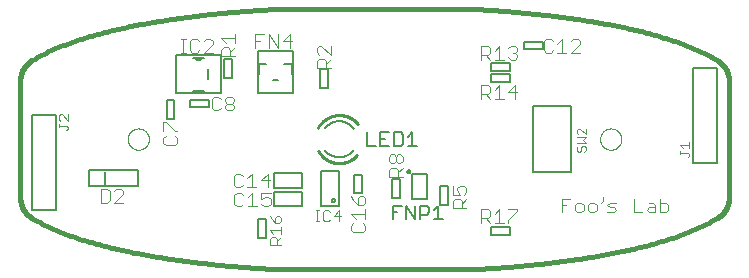
<source format=gto>
G75*
%MOIN*%
%OFA0B0*%
%FSLAX25Y25*%
%IPPOS*%
%LPD*%
%AMOC8*
5,1,8,0,0,1.08239X$1,22.5*
%
%ADD10C,0.00000*%
%ADD11C,0.01575*%
%ADD12C,0.00400*%
%ADD13C,0.00787*%
%ADD14C,0.00500*%
%ADD15C,0.00300*%
%ADD16C,0.00600*%
%ADD17C,0.00630*%
%ADD18C,0.00591*%
%ADD19C,0.01000*%
D10*
X0076997Y0064792D02*
X0076999Y0064910D01*
X0077005Y0065029D01*
X0077015Y0065147D01*
X0077029Y0065264D01*
X0077046Y0065381D01*
X0077068Y0065498D01*
X0077094Y0065613D01*
X0077123Y0065728D01*
X0077156Y0065842D01*
X0077193Y0065954D01*
X0077234Y0066065D01*
X0077278Y0066175D01*
X0077326Y0066283D01*
X0077378Y0066390D01*
X0077433Y0066495D01*
X0077492Y0066598D01*
X0077554Y0066698D01*
X0077619Y0066797D01*
X0077688Y0066894D01*
X0077759Y0066988D01*
X0077834Y0067079D01*
X0077912Y0067169D01*
X0077993Y0067255D01*
X0078077Y0067339D01*
X0078163Y0067420D01*
X0078253Y0067498D01*
X0078344Y0067573D01*
X0078438Y0067644D01*
X0078535Y0067713D01*
X0078634Y0067778D01*
X0078734Y0067840D01*
X0078837Y0067899D01*
X0078942Y0067954D01*
X0079049Y0068006D01*
X0079157Y0068054D01*
X0079267Y0068098D01*
X0079378Y0068139D01*
X0079490Y0068176D01*
X0079604Y0068209D01*
X0079719Y0068238D01*
X0079834Y0068264D01*
X0079951Y0068286D01*
X0080068Y0068303D01*
X0080185Y0068317D01*
X0080303Y0068327D01*
X0080422Y0068333D01*
X0080540Y0068335D01*
X0080658Y0068333D01*
X0080777Y0068327D01*
X0080895Y0068317D01*
X0081012Y0068303D01*
X0081129Y0068286D01*
X0081246Y0068264D01*
X0081361Y0068238D01*
X0081476Y0068209D01*
X0081590Y0068176D01*
X0081702Y0068139D01*
X0081813Y0068098D01*
X0081923Y0068054D01*
X0082031Y0068006D01*
X0082138Y0067954D01*
X0082243Y0067899D01*
X0082346Y0067840D01*
X0082446Y0067778D01*
X0082545Y0067713D01*
X0082642Y0067644D01*
X0082736Y0067573D01*
X0082827Y0067498D01*
X0082917Y0067420D01*
X0083003Y0067339D01*
X0083087Y0067255D01*
X0083168Y0067169D01*
X0083246Y0067079D01*
X0083321Y0066988D01*
X0083392Y0066894D01*
X0083461Y0066797D01*
X0083526Y0066698D01*
X0083588Y0066598D01*
X0083647Y0066495D01*
X0083702Y0066390D01*
X0083754Y0066283D01*
X0083802Y0066175D01*
X0083846Y0066065D01*
X0083887Y0065954D01*
X0083924Y0065842D01*
X0083957Y0065728D01*
X0083986Y0065613D01*
X0084012Y0065498D01*
X0084034Y0065381D01*
X0084051Y0065264D01*
X0084065Y0065147D01*
X0084075Y0065029D01*
X0084081Y0064910D01*
X0084083Y0064792D01*
X0084081Y0064674D01*
X0084075Y0064555D01*
X0084065Y0064437D01*
X0084051Y0064320D01*
X0084034Y0064203D01*
X0084012Y0064086D01*
X0083986Y0063971D01*
X0083957Y0063856D01*
X0083924Y0063742D01*
X0083887Y0063630D01*
X0083846Y0063519D01*
X0083802Y0063409D01*
X0083754Y0063301D01*
X0083702Y0063194D01*
X0083647Y0063089D01*
X0083588Y0062986D01*
X0083526Y0062886D01*
X0083461Y0062787D01*
X0083392Y0062690D01*
X0083321Y0062596D01*
X0083246Y0062505D01*
X0083168Y0062415D01*
X0083087Y0062329D01*
X0083003Y0062245D01*
X0082917Y0062164D01*
X0082827Y0062086D01*
X0082736Y0062011D01*
X0082642Y0061940D01*
X0082545Y0061871D01*
X0082446Y0061806D01*
X0082346Y0061744D01*
X0082243Y0061685D01*
X0082138Y0061630D01*
X0082031Y0061578D01*
X0081923Y0061530D01*
X0081813Y0061486D01*
X0081702Y0061445D01*
X0081590Y0061408D01*
X0081476Y0061375D01*
X0081361Y0061346D01*
X0081246Y0061320D01*
X0081129Y0061298D01*
X0081012Y0061281D01*
X0080895Y0061267D01*
X0080777Y0061257D01*
X0080658Y0061251D01*
X0080540Y0061249D01*
X0080422Y0061251D01*
X0080303Y0061257D01*
X0080185Y0061267D01*
X0080068Y0061281D01*
X0079951Y0061298D01*
X0079834Y0061320D01*
X0079719Y0061346D01*
X0079604Y0061375D01*
X0079490Y0061408D01*
X0079378Y0061445D01*
X0079267Y0061486D01*
X0079157Y0061530D01*
X0079049Y0061578D01*
X0078942Y0061630D01*
X0078837Y0061685D01*
X0078734Y0061744D01*
X0078634Y0061806D01*
X0078535Y0061871D01*
X0078438Y0061940D01*
X0078344Y0062011D01*
X0078253Y0062086D01*
X0078163Y0062164D01*
X0078077Y0062245D01*
X0077993Y0062329D01*
X0077912Y0062415D01*
X0077834Y0062505D01*
X0077759Y0062596D01*
X0077688Y0062690D01*
X0077619Y0062787D01*
X0077554Y0062886D01*
X0077492Y0062986D01*
X0077433Y0063089D01*
X0077378Y0063194D01*
X0077326Y0063301D01*
X0077278Y0063409D01*
X0077234Y0063519D01*
X0077193Y0063630D01*
X0077156Y0063742D01*
X0077123Y0063856D01*
X0077094Y0063971D01*
X0077068Y0064086D01*
X0077046Y0064203D01*
X0077029Y0064320D01*
X0077015Y0064437D01*
X0077005Y0064555D01*
X0076999Y0064674D01*
X0076997Y0064792D01*
X0234477Y0064792D02*
X0234479Y0064910D01*
X0234485Y0065029D01*
X0234495Y0065147D01*
X0234509Y0065264D01*
X0234526Y0065381D01*
X0234548Y0065498D01*
X0234574Y0065613D01*
X0234603Y0065728D01*
X0234636Y0065842D01*
X0234673Y0065954D01*
X0234714Y0066065D01*
X0234758Y0066175D01*
X0234806Y0066283D01*
X0234858Y0066390D01*
X0234913Y0066495D01*
X0234972Y0066598D01*
X0235034Y0066698D01*
X0235099Y0066797D01*
X0235168Y0066894D01*
X0235239Y0066988D01*
X0235314Y0067079D01*
X0235392Y0067169D01*
X0235473Y0067255D01*
X0235557Y0067339D01*
X0235643Y0067420D01*
X0235733Y0067498D01*
X0235824Y0067573D01*
X0235918Y0067644D01*
X0236015Y0067713D01*
X0236114Y0067778D01*
X0236214Y0067840D01*
X0236317Y0067899D01*
X0236422Y0067954D01*
X0236529Y0068006D01*
X0236637Y0068054D01*
X0236747Y0068098D01*
X0236858Y0068139D01*
X0236970Y0068176D01*
X0237084Y0068209D01*
X0237199Y0068238D01*
X0237314Y0068264D01*
X0237431Y0068286D01*
X0237548Y0068303D01*
X0237665Y0068317D01*
X0237783Y0068327D01*
X0237902Y0068333D01*
X0238020Y0068335D01*
X0238138Y0068333D01*
X0238257Y0068327D01*
X0238375Y0068317D01*
X0238492Y0068303D01*
X0238609Y0068286D01*
X0238726Y0068264D01*
X0238841Y0068238D01*
X0238956Y0068209D01*
X0239070Y0068176D01*
X0239182Y0068139D01*
X0239293Y0068098D01*
X0239403Y0068054D01*
X0239511Y0068006D01*
X0239618Y0067954D01*
X0239723Y0067899D01*
X0239826Y0067840D01*
X0239926Y0067778D01*
X0240025Y0067713D01*
X0240122Y0067644D01*
X0240216Y0067573D01*
X0240307Y0067498D01*
X0240397Y0067420D01*
X0240483Y0067339D01*
X0240567Y0067255D01*
X0240648Y0067169D01*
X0240726Y0067079D01*
X0240801Y0066988D01*
X0240872Y0066894D01*
X0240941Y0066797D01*
X0241006Y0066698D01*
X0241068Y0066598D01*
X0241127Y0066495D01*
X0241182Y0066390D01*
X0241234Y0066283D01*
X0241282Y0066175D01*
X0241326Y0066065D01*
X0241367Y0065954D01*
X0241404Y0065842D01*
X0241437Y0065728D01*
X0241466Y0065613D01*
X0241492Y0065498D01*
X0241514Y0065381D01*
X0241531Y0065264D01*
X0241545Y0065147D01*
X0241555Y0065029D01*
X0241561Y0064910D01*
X0241563Y0064792D01*
X0241561Y0064674D01*
X0241555Y0064555D01*
X0241545Y0064437D01*
X0241531Y0064320D01*
X0241514Y0064203D01*
X0241492Y0064086D01*
X0241466Y0063971D01*
X0241437Y0063856D01*
X0241404Y0063742D01*
X0241367Y0063630D01*
X0241326Y0063519D01*
X0241282Y0063409D01*
X0241234Y0063301D01*
X0241182Y0063194D01*
X0241127Y0063089D01*
X0241068Y0062986D01*
X0241006Y0062886D01*
X0240941Y0062787D01*
X0240872Y0062690D01*
X0240801Y0062596D01*
X0240726Y0062505D01*
X0240648Y0062415D01*
X0240567Y0062329D01*
X0240483Y0062245D01*
X0240397Y0062164D01*
X0240307Y0062086D01*
X0240216Y0062011D01*
X0240122Y0061940D01*
X0240025Y0061871D01*
X0239926Y0061806D01*
X0239826Y0061744D01*
X0239723Y0061685D01*
X0239618Y0061630D01*
X0239511Y0061578D01*
X0239403Y0061530D01*
X0239293Y0061486D01*
X0239182Y0061445D01*
X0239070Y0061408D01*
X0238956Y0061375D01*
X0238841Y0061346D01*
X0238726Y0061320D01*
X0238609Y0061298D01*
X0238492Y0061281D01*
X0238375Y0061267D01*
X0238257Y0061257D01*
X0238138Y0061251D01*
X0238020Y0061249D01*
X0237902Y0061251D01*
X0237783Y0061257D01*
X0237665Y0061267D01*
X0237548Y0061281D01*
X0237431Y0061298D01*
X0237314Y0061320D01*
X0237199Y0061346D01*
X0237084Y0061375D01*
X0236970Y0061408D01*
X0236858Y0061445D01*
X0236747Y0061486D01*
X0236637Y0061530D01*
X0236529Y0061578D01*
X0236422Y0061630D01*
X0236317Y0061685D01*
X0236214Y0061744D01*
X0236114Y0061806D01*
X0236015Y0061871D01*
X0235918Y0061940D01*
X0235824Y0062011D01*
X0235733Y0062086D01*
X0235643Y0062164D01*
X0235557Y0062245D01*
X0235473Y0062329D01*
X0235392Y0062415D01*
X0235314Y0062505D01*
X0235239Y0062596D01*
X0235168Y0062690D01*
X0235099Y0062787D01*
X0235034Y0062886D01*
X0234972Y0062986D01*
X0234913Y0063089D01*
X0234858Y0063194D01*
X0234806Y0063301D01*
X0234758Y0063409D01*
X0234714Y0063519D01*
X0234673Y0063630D01*
X0234636Y0063742D01*
X0234603Y0063856D01*
X0234574Y0063971D01*
X0234548Y0064086D01*
X0234526Y0064203D01*
X0234509Y0064320D01*
X0234495Y0064437D01*
X0234485Y0064555D01*
X0234479Y0064674D01*
X0234477Y0064792D01*
D11*
X0062538Y0031061D02*
X0061736Y0031312D01*
X0060935Y0031569D01*
X0060137Y0031832D01*
X0059340Y0032101D01*
X0058545Y0032375D01*
X0057752Y0032656D01*
X0056961Y0032944D01*
X0056172Y0033239D01*
X0055385Y0033541D01*
X0054601Y0033850D01*
X0053819Y0034167D01*
X0053040Y0034493D01*
X0052263Y0034827D01*
X0051489Y0035170D01*
X0050718Y0035522D01*
X0049949Y0035884D01*
X0049184Y0036257D01*
X0048423Y0036640D01*
X0047668Y0037034D01*
X0046918Y0037439D01*
X0046176Y0037856D01*
X0045441Y0038285D01*
X0044928Y0038595D01*
X0044906Y0038608D01*
X0044884Y0038622D01*
X0044862Y0038635D01*
X0044841Y0038649D01*
X0044819Y0038662D01*
X0044798Y0038676D01*
X0044776Y0038690D01*
X0044754Y0038704D01*
X0044733Y0038718D01*
X0044711Y0038732D01*
X0044690Y0038746D01*
X0044668Y0038761D01*
X0044647Y0038775D01*
X0044626Y0038790D01*
X0044604Y0038804D01*
X0044583Y0038819D01*
X0044562Y0038833D01*
X0044540Y0038848D01*
X0044519Y0038863D01*
X0044498Y0038878D01*
X0044477Y0038893D01*
X0044456Y0038908D01*
X0044435Y0038923D01*
X0044414Y0038938D01*
X0044393Y0038954D01*
X0044372Y0038969D01*
X0044351Y0038985D01*
X0044330Y0039000D01*
X0044309Y0039016D01*
X0044288Y0039032D01*
X0044267Y0039047D01*
X0044247Y0039063D01*
X0044226Y0039079D01*
X0044205Y0039095D01*
X0044185Y0039111D01*
X0044164Y0039128D01*
X0044143Y0039144D01*
X0044123Y0039160D01*
X0044102Y0039177D01*
X0044082Y0039193D01*
X0044062Y0039210D01*
X0044041Y0039227D01*
X0044021Y0039243D01*
X0044001Y0039260D01*
X0043980Y0039277D01*
X0043960Y0039294D01*
X0043940Y0039311D01*
X0043920Y0039328D01*
X0043900Y0039346D01*
X0043880Y0039363D01*
X0043860Y0039380D01*
X0043840Y0039398D01*
X0043820Y0039415D01*
X0043800Y0039433D01*
X0043781Y0039451D01*
X0043761Y0039468D01*
X0043741Y0039486D01*
X0043722Y0039504D01*
X0043702Y0039522D01*
X0043683Y0039540D01*
X0043663Y0039558D01*
X0043644Y0039577D01*
X0043624Y0039595D01*
X0043605Y0039613D01*
X0043586Y0039632D01*
X0043567Y0039650D01*
X0043548Y0039669D01*
X0043529Y0039688D01*
X0043509Y0039706D01*
X0043491Y0039725D01*
X0043472Y0039744D01*
X0043453Y0039763D01*
X0043434Y0039782D01*
X0043415Y0039801D01*
X0043396Y0039820D01*
X0043378Y0039840D01*
X0043359Y0039859D01*
X0043341Y0039878D01*
X0043322Y0039898D01*
X0043304Y0039917D01*
X0043285Y0039937D01*
X0043267Y0039957D01*
X0043249Y0039976D01*
X0043231Y0039996D01*
X0043213Y0040016D01*
X0043195Y0040036D01*
X0043177Y0040056D01*
X0043159Y0040076D01*
X0043141Y0040096D01*
X0043123Y0040117D01*
X0043105Y0040137D01*
X0043088Y0040157D01*
X0043070Y0040178D01*
X0043052Y0040198D01*
X0043035Y0040219D01*
X0043018Y0040239D01*
X0043000Y0040260D01*
X0042983Y0040281D01*
X0042966Y0040302D01*
X0042949Y0040323D01*
X0042931Y0040344D01*
X0042914Y0040365D01*
X0042898Y0040386D01*
X0042881Y0040407D01*
X0042864Y0040428D01*
X0042847Y0040449D01*
X0042830Y0040471D01*
X0042814Y0040492D01*
X0042797Y0040514D01*
X0042781Y0040535D01*
X0042764Y0040557D01*
X0042748Y0040578D01*
X0042732Y0040600D01*
X0042716Y0040622D01*
X0042699Y0040644D01*
X0042683Y0040666D01*
X0042667Y0040688D01*
X0042652Y0040710D01*
X0042636Y0040732D01*
X0042620Y0040754D01*
X0042604Y0040776D01*
X0042589Y0040798D01*
X0042573Y0040821D01*
X0042558Y0040843D01*
X0042542Y0040865D01*
X0042527Y0040888D01*
X0042512Y0040911D01*
X0042497Y0040933D01*
X0042482Y0040956D01*
X0042467Y0040979D01*
X0042452Y0041001D01*
X0042437Y0041024D01*
X0042422Y0041047D01*
X0042407Y0041070D01*
X0042393Y0041093D01*
X0042378Y0041116D01*
X0042364Y0041139D01*
X0042349Y0041162D01*
X0042335Y0041185D01*
X0042321Y0041208D01*
X0042307Y0041232D01*
X0042293Y0041255D01*
X0042279Y0041279D01*
X0042265Y0041302D01*
X0042251Y0041325D01*
X0042237Y0041349D01*
X0042224Y0041373D01*
X0042210Y0041396D01*
X0042196Y0041420D01*
X0042183Y0041444D01*
X0042170Y0041467D01*
X0042156Y0041491D01*
X0042143Y0041515D01*
X0042130Y0041539D01*
X0042117Y0041563D01*
X0042104Y0041587D01*
X0042091Y0041611D01*
X0042079Y0041635D01*
X0042066Y0041659D01*
X0042053Y0041683D01*
X0042041Y0041707D01*
X0042029Y0041732D01*
X0042016Y0041756D01*
X0042004Y0041780D01*
X0041992Y0041805D01*
X0041980Y0041829D01*
X0041968Y0041854D01*
X0041956Y0041878D01*
X0041944Y0041903D01*
X0041932Y0041927D01*
X0041921Y0041952D01*
X0041909Y0041976D01*
X0041898Y0042001D01*
X0041886Y0042026D01*
X0041875Y0042051D01*
X0041864Y0042075D01*
X0041853Y0042100D01*
X0041842Y0042125D01*
X0041831Y0042150D01*
X0041820Y0042175D01*
X0041809Y0042200D01*
X0041798Y0042225D01*
X0041788Y0042250D01*
X0041777Y0042275D01*
X0041767Y0042300D01*
X0041757Y0042325D01*
X0041746Y0042350D01*
X0041736Y0042375D01*
X0041726Y0042401D01*
X0041716Y0042426D01*
X0041706Y0042451D01*
X0041696Y0042476D01*
X0041687Y0042502D01*
X0041677Y0042527D01*
X0041668Y0042552D01*
X0041658Y0042578D01*
X0041649Y0042603D01*
X0041640Y0042629D01*
X0041630Y0042654D01*
X0041621Y0042680D01*
X0041612Y0042705D01*
X0041604Y0042731D01*
X0041595Y0042756D01*
X0041586Y0042782D01*
X0041577Y0042807D01*
X0041569Y0042833D01*
X0041560Y0042859D01*
X0041552Y0042884D01*
X0041544Y0042910D01*
X0041536Y0042936D01*
X0041528Y0042961D01*
X0041520Y0042987D01*
X0041512Y0043013D01*
X0041504Y0043039D01*
X0041496Y0043065D01*
X0041489Y0043090D01*
X0041481Y0043116D01*
X0041474Y0043142D01*
X0041466Y0043168D01*
X0041459Y0043194D01*
X0041452Y0043220D01*
X0041445Y0043245D01*
X0041438Y0043271D01*
X0041431Y0043297D01*
X0041424Y0043323D01*
X0041417Y0043349D01*
X0041411Y0043375D01*
X0041404Y0043401D01*
X0041398Y0043427D01*
X0041391Y0043453D01*
X0041385Y0043479D01*
X0041379Y0043505D01*
X0041373Y0043531D01*
X0041367Y0043557D01*
X0041361Y0043583D01*
X0041355Y0043609D01*
X0041350Y0043635D01*
X0041344Y0043661D01*
X0041338Y0043687D01*
X0041333Y0043714D01*
X0041328Y0043740D01*
X0041322Y0043766D01*
X0041317Y0043792D01*
X0041312Y0043818D01*
X0041307Y0043844D01*
X0041302Y0043870D01*
X0041298Y0043896D01*
X0041293Y0043922D01*
X0041288Y0043948D01*
X0041284Y0043974D01*
X0041279Y0044000D01*
X0041275Y0044027D01*
X0041271Y0044053D01*
X0041266Y0044079D01*
X0041262Y0044105D01*
X0041258Y0044131D01*
X0041255Y0044157D01*
X0041251Y0044183D01*
X0041247Y0044209D01*
X0041243Y0044235D01*
X0041240Y0044261D01*
X0041236Y0044287D01*
X0041233Y0044313D01*
X0041230Y0044339D01*
X0041227Y0044365D01*
X0041223Y0044391D01*
X0041220Y0044418D01*
X0041218Y0044444D01*
X0041215Y0044469D01*
X0041212Y0044495D01*
X0041209Y0044521D01*
X0041207Y0044547D01*
X0041204Y0044573D01*
X0041202Y0044599D01*
X0041200Y0044625D01*
X0041197Y0044651D01*
X0041195Y0044677D01*
X0041193Y0044703D01*
X0041191Y0044729D01*
X0041189Y0044755D01*
X0041188Y0044781D01*
X0041186Y0044807D01*
X0041184Y0044832D01*
X0041183Y0044858D01*
X0041181Y0044884D01*
X0041180Y0044910D01*
X0041179Y0044936D01*
X0041178Y0044962D01*
X0041177Y0044987D01*
X0041176Y0045013D01*
X0041175Y0045039D01*
X0041174Y0045065D01*
X0041173Y0045090D01*
X0041172Y0045116D01*
X0041172Y0045142D01*
X0041171Y0045167D01*
X0041171Y0045193D01*
X0041171Y0045218D01*
X0041170Y0045244D01*
X0041170Y0045269D01*
X0041170Y0045295D01*
X0041170Y0084290D01*
X0041170Y0084315D01*
X0041170Y0084341D01*
X0041170Y0084366D01*
X0041171Y0084392D01*
X0041171Y0084418D01*
X0041172Y0084443D01*
X0041172Y0084469D01*
X0041173Y0084494D01*
X0041174Y0084520D01*
X0041174Y0084546D01*
X0041175Y0084572D01*
X0041176Y0084597D01*
X0041177Y0084623D01*
X0041178Y0084649D01*
X0041180Y0084675D01*
X0041181Y0084701D01*
X0041182Y0084726D01*
X0041184Y0084752D01*
X0041185Y0084778D01*
X0041187Y0084804D01*
X0041189Y0084830D01*
X0041191Y0084856D01*
X0041193Y0084881D01*
X0041195Y0084907D01*
X0041197Y0084933D01*
X0041199Y0084959D01*
X0041201Y0084985D01*
X0041204Y0085011D01*
X0041206Y0085037D01*
X0041209Y0085063D01*
X0041211Y0085089D01*
X0041214Y0085115D01*
X0041217Y0085141D01*
X0041220Y0085167D01*
X0041223Y0085193D01*
X0041226Y0085219D01*
X0041229Y0085245D01*
X0041232Y0085271D01*
X0041235Y0085297D01*
X0041239Y0085323D01*
X0041242Y0085350D01*
X0041246Y0085376D01*
X0041250Y0085402D01*
X0041253Y0085428D01*
X0041257Y0085454D01*
X0041261Y0085480D01*
X0041265Y0085506D01*
X0041269Y0085532D01*
X0041274Y0085558D01*
X0041278Y0085584D01*
X0041282Y0085610D01*
X0041287Y0085636D01*
X0041291Y0085663D01*
X0041296Y0085689D01*
X0041301Y0085715D01*
X0041306Y0085741D01*
X0041311Y0085767D01*
X0041316Y0085793D01*
X0041321Y0085819D01*
X0041326Y0085845D01*
X0041331Y0085871D01*
X0041337Y0085897D01*
X0041342Y0085923D01*
X0041348Y0085949D01*
X0041353Y0085975D01*
X0041359Y0086001D01*
X0041365Y0086027D01*
X0041371Y0086054D01*
X0041377Y0086080D01*
X0041383Y0086106D01*
X0041389Y0086131D01*
X0041396Y0086157D01*
X0041402Y0086183D01*
X0041409Y0086209D01*
X0041415Y0086235D01*
X0041422Y0086261D01*
X0041429Y0086287D01*
X0041436Y0086313D01*
X0041443Y0086339D01*
X0041450Y0086365D01*
X0041457Y0086391D01*
X0041464Y0086417D01*
X0041471Y0086443D01*
X0041479Y0086469D01*
X0041486Y0086494D01*
X0041494Y0086520D01*
X0041501Y0086546D01*
X0041509Y0086572D01*
X0041517Y0086598D01*
X0041525Y0086623D01*
X0041533Y0086649D01*
X0041541Y0086675D01*
X0041549Y0086700D01*
X0041558Y0086726D01*
X0041566Y0086752D01*
X0041575Y0086777D01*
X0041583Y0086803D01*
X0041592Y0086829D01*
X0041601Y0086854D01*
X0041610Y0086880D01*
X0041619Y0086905D01*
X0041628Y0086931D01*
X0041637Y0086956D01*
X0041646Y0086982D01*
X0041655Y0087007D01*
X0041665Y0087032D01*
X0041674Y0087058D01*
X0041684Y0087083D01*
X0041693Y0087108D01*
X0041703Y0087134D01*
X0041713Y0087159D01*
X0041723Y0087184D01*
X0041733Y0087209D01*
X0041743Y0087235D01*
X0041753Y0087260D01*
X0041764Y0087285D01*
X0041774Y0087310D01*
X0041784Y0087335D01*
X0041795Y0087360D01*
X0041806Y0087385D01*
X0041816Y0087410D01*
X0041827Y0087435D01*
X0041838Y0087460D01*
X0041849Y0087485D01*
X0041860Y0087510D01*
X0041871Y0087534D01*
X0041883Y0087559D01*
X0041894Y0087584D01*
X0041906Y0087609D01*
X0041917Y0087633D01*
X0041929Y0087658D01*
X0041940Y0087682D01*
X0041952Y0087707D01*
X0041964Y0087731D01*
X0041976Y0087756D01*
X0041988Y0087781D01*
X0042000Y0087805D01*
X0042012Y0087829D01*
X0042025Y0087854D01*
X0042037Y0087878D01*
X0042050Y0087902D01*
X0042062Y0087926D01*
X0042075Y0087950D01*
X0042087Y0087974D01*
X0042100Y0087998D01*
X0042113Y0088022D01*
X0042126Y0088046D01*
X0042139Y0088070D01*
X0042152Y0088094D01*
X0042166Y0088118D01*
X0042179Y0088142D01*
X0042192Y0088166D01*
X0042206Y0088189D01*
X0042219Y0088213D01*
X0042233Y0088236D01*
X0042247Y0088260D01*
X0042260Y0088283D01*
X0042274Y0088307D01*
X0042288Y0088330D01*
X0042302Y0088354D01*
X0042316Y0088377D01*
X0042331Y0088400D01*
X0042345Y0088423D01*
X0042359Y0088447D01*
X0042374Y0088470D01*
X0042388Y0088493D01*
X0042403Y0088516D01*
X0042417Y0088539D01*
X0042432Y0088562D01*
X0042447Y0088584D01*
X0042462Y0088607D01*
X0042477Y0088630D01*
X0042492Y0088653D01*
X0042507Y0088675D01*
X0042522Y0088698D01*
X0042538Y0088720D01*
X0042553Y0088743D01*
X0042568Y0088765D01*
X0042584Y0088787D01*
X0042599Y0088810D01*
X0042615Y0088832D01*
X0042631Y0088854D01*
X0042647Y0088876D01*
X0042662Y0088898D01*
X0042678Y0088920D01*
X0042694Y0088942D01*
X0042711Y0088964D01*
X0042727Y0088986D01*
X0042743Y0089008D01*
X0042759Y0089029D01*
X0042776Y0089051D01*
X0042792Y0089072D01*
X0042809Y0089094D01*
X0042825Y0089115D01*
X0042842Y0089137D01*
X0042859Y0089158D01*
X0042875Y0089179D01*
X0042892Y0089201D01*
X0042909Y0089222D01*
X0042926Y0089243D01*
X0042943Y0089264D01*
X0042960Y0089285D01*
X0042978Y0089306D01*
X0042995Y0089326D01*
X0043012Y0089347D01*
X0043030Y0089368D01*
X0043047Y0089388D01*
X0043064Y0089409D01*
X0043082Y0089429D01*
X0043100Y0089450D01*
X0043117Y0089470D01*
X0043135Y0089490D01*
X0043153Y0089510D01*
X0043171Y0089531D01*
X0043189Y0089551D01*
X0043207Y0089570D01*
X0043225Y0089591D01*
X0043243Y0089610D01*
X0043261Y0089630D01*
X0043280Y0089650D01*
X0043298Y0089669D01*
X0043316Y0089689D01*
X0043335Y0089708D01*
X0043353Y0089728D01*
X0043372Y0089747D01*
X0043391Y0089767D01*
X0043409Y0089786D01*
X0043428Y0089805D01*
X0043447Y0089824D01*
X0043466Y0089843D01*
X0043485Y0089862D01*
X0043504Y0089881D01*
X0043523Y0089899D01*
X0043542Y0089918D01*
X0043561Y0089937D01*
X0043580Y0089955D01*
X0043599Y0089974D01*
X0043618Y0089992D01*
X0043638Y0090010D01*
X0043657Y0090029D01*
X0043677Y0090047D01*
X0043696Y0090065D01*
X0043716Y0090083D01*
X0043735Y0090101D01*
X0043755Y0090119D01*
X0043775Y0090137D01*
X0043814Y0090172D01*
X0043854Y0090207D01*
X0043874Y0090224D01*
X0043914Y0090259D01*
X0043954Y0090293D01*
X0043974Y0090310D01*
X0043994Y0090327D01*
X0044014Y0090344D01*
X0044035Y0090361D01*
X0044055Y0090378D01*
X0044076Y0090394D01*
X0044096Y0090411D01*
X0044116Y0090427D01*
X0044137Y0090444D01*
X0044157Y0090460D01*
X0044178Y0090476D01*
X0044199Y0090493D01*
X0044219Y0090508D01*
X0044240Y0090524D01*
X0044261Y0090540D01*
X0044282Y0090556D01*
X0044323Y0090588D01*
X0044344Y0090603D01*
X0044365Y0090619D01*
X0044407Y0090650D01*
X0044428Y0090665D01*
X0044449Y0090680D01*
X0044470Y0090695D01*
X0044491Y0090710D01*
X0044513Y0090725D01*
X0044534Y0090740D01*
X0044555Y0090755D01*
X0044576Y0090769D01*
X0044598Y0090784D01*
X0044619Y0090799D01*
X0044640Y0090813D01*
X0044662Y0090828D01*
X0044683Y0090842D01*
X0044705Y0090856D01*
X0044726Y0090870D01*
X0044748Y0090884D01*
X0044769Y0090898D01*
X0044791Y0090912D01*
X0044812Y0090926D01*
X0044834Y0090940D01*
X0044856Y0090953D01*
X0044877Y0090967D01*
X0044899Y0090981D01*
X0044921Y0090994D01*
X0045239Y0091187D01*
X0045979Y0091624D01*
X0046726Y0092047D01*
X0047479Y0092459D01*
X0048239Y0092858D01*
X0049004Y0093246D01*
X0049774Y0093624D01*
X0050549Y0093992D01*
X0051329Y0094350D01*
X0052113Y0094699D01*
X0052902Y0095040D01*
X0053694Y0095373D01*
X0054490Y0095697D01*
X0055289Y0096013D01*
X0056091Y0096322D01*
X0056895Y0096623D01*
X0057702Y0096917D01*
X0058510Y0097204D01*
X0059320Y0097484D01*
X0060132Y0097757D01*
X0060945Y0098025D01*
X0061760Y0098287D01*
X0062578Y0098542D01*
X0063396Y0098792D01*
X0064217Y0099037D01*
X0065038Y0099276D01*
X0065862Y0099510D01*
X0066686Y0099740D01*
X0067513Y0099964D01*
X0068341Y0100184D01*
X0069170Y0100400D01*
X0070000Y0100611D01*
X0070832Y0100818D01*
X0071665Y0101020D01*
X0072500Y0101219D01*
X0073335Y0101413D01*
X0074171Y0101604D01*
X0075008Y0101790D01*
X0075846Y0101973D01*
X0076685Y0102152D01*
X0077524Y0102327D01*
X0078364Y0102499D01*
X0079204Y0102668D01*
X0080045Y0102832D01*
X0080886Y0102994D01*
X0081728Y0103153D01*
X0082570Y0103308D01*
X0083412Y0103460D01*
X0084254Y0103610D01*
X0085096Y0103756D01*
X0085939Y0103899D01*
X0086782Y0104040D01*
X0087625Y0104178D01*
X0088469Y0104313D01*
X0089313Y0104445D01*
X0090156Y0104574D01*
X0091001Y0104701D01*
X0091845Y0104826D01*
X0092690Y0104947D01*
X0093534Y0105067D01*
X0094379Y0105184D01*
X0095224Y0105298D01*
X0096070Y0105411D01*
X0096915Y0105521D01*
X0097761Y0105629D01*
X0098607Y0105734D01*
X0099453Y0105838D01*
X0100299Y0105940D01*
X0101146Y0106039D01*
X0101992Y0106137D01*
X0102839Y0106232D01*
X0103686Y0106326D01*
X0104533Y0106417D01*
X0105380Y0106507D01*
X0106228Y0106595D01*
X0107075Y0106680D01*
X0107923Y0106764D01*
X0108771Y0106846D01*
X0109619Y0106927D01*
X0110467Y0107005D01*
X0111316Y0107082D01*
X0112164Y0107156D01*
X0113013Y0107230D01*
X0113861Y0107301D01*
X0114710Y0107371D01*
X0115559Y0107439D01*
X0116409Y0107505D01*
X0117258Y0107570D01*
X0118107Y0107633D01*
X0118957Y0107695D01*
X0119807Y0107755D01*
X0120657Y0107813D01*
X0121507Y0107870D01*
X0122357Y0107925D01*
X0123207Y0107979D01*
X0124057Y0108032D01*
X0124908Y0108083D01*
X0124974Y0108087D01*
X0125027Y0108090D01*
X0125054Y0108091D01*
X0125107Y0108093D01*
X0125134Y0108094D01*
X0125187Y0108096D01*
X0125214Y0108097D01*
X0125267Y0108098D01*
X0125294Y0108098D01*
X0125320Y0108099D01*
X0125347Y0108099D01*
X0125374Y0108099D01*
X0125400Y0108099D01*
X0193173Y0108099D01*
X0193200Y0108099D01*
X0193227Y0108099D01*
X0193280Y0108098D01*
X0193307Y0108097D01*
X0193333Y0108097D01*
X0193360Y0108096D01*
X0193413Y0108095D01*
X0193440Y0108094D01*
X0193467Y0108093D01*
X0193493Y0108092D01*
X0193520Y0108090D01*
X0193546Y0108089D01*
X0193573Y0108087D01*
X0193600Y0108086D01*
X0194103Y0108056D01*
X0194943Y0108005D01*
X0195782Y0107952D01*
X0196621Y0107897D01*
X0197461Y0107842D01*
X0198300Y0107785D01*
X0199139Y0107726D01*
X0199978Y0107666D01*
X0200817Y0107605D01*
X0201656Y0107541D01*
X0202495Y0107477D01*
X0203333Y0107410D01*
X0204172Y0107342D01*
X0205010Y0107273D01*
X0205848Y0107201D01*
X0206686Y0107129D01*
X0207524Y0107054D01*
X0208362Y0106977D01*
X0209200Y0106899D01*
X0210037Y0106819D01*
X0210875Y0106738D01*
X0211712Y0106654D01*
X0212549Y0106569D01*
X0213386Y0106481D01*
X0214223Y0106393D01*
X0215059Y0106301D01*
X0215896Y0106208D01*
X0216732Y0106114D01*
X0217569Y0106017D01*
X0218405Y0105918D01*
X0219241Y0105817D01*
X0220076Y0105714D01*
X0220912Y0105609D01*
X0221747Y0105502D01*
X0222583Y0105393D01*
X0223418Y0105281D01*
X0224253Y0105168D01*
X0225088Y0105052D01*
X0225923Y0104933D01*
X0226757Y0104813D01*
X0227592Y0104689D01*
X0228426Y0104564D01*
X0229260Y0104435D01*
X0230094Y0104305D01*
X0230927Y0104171D01*
X0231761Y0104035D01*
X0232594Y0103896D01*
X0233426Y0103755D01*
X0234259Y0103610D01*
X0235091Y0103462D01*
X0235923Y0103312D01*
X0236754Y0103159D01*
X0237585Y0103002D01*
X0238416Y0102843D01*
X0239245Y0102680D01*
X0240074Y0102515D01*
X0240900Y0102346D01*
X0241727Y0102173D01*
X0242552Y0101998D01*
X0243377Y0101819D01*
X0244200Y0101636D01*
X0245022Y0101450D01*
X0245843Y0101259D01*
X0246662Y0101065D01*
X0247481Y0100868D01*
X0248298Y0100665D01*
X0249115Y0100459D01*
X0249930Y0100249D01*
X0250743Y0100034D01*
X0251556Y0099815D01*
X0252365Y0099591D01*
X0253174Y0099363D01*
X0253983Y0099130D01*
X0254788Y0098892D01*
X0255593Y0098649D01*
X0256396Y0098401D01*
X0257198Y0098146D01*
X0257997Y0097887D01*
X0258796Y0097621D01*
X0259591Y0097350D01*
X0260385Y0097072D01*
X0261178Y0096788D01*
X0261967Y0096497D01*
X0262755Y0096199D01*
X0263540Y0095893D01*
X0264324Y0095580D01*
X0265105Y0095259D01*
X0265883Y0094930D01*
X0266658Y0094591D01*
X0267430Y0094244D01*
X0268200Y0093887D01*
X0268967Y0093520D01*
X0269731Y0093143D01*
X0270489Y0092754D01*
X0271243Y0092355D01*
X0271989Y0091944D01*
X0272727Y0091522D01*
X0273459Y0091087D01*
X0273644Y0090974D01*
X0273688Y0090947D01*
X0273709Y0090934D01*
X0273774Y0090893D01*
X0273839Y0090851D01*
X0273859Y0090836D01*
X0273881Y0090822D01*
X0273924Y0090794D01*
X0273989Y0090750D01*
X0274009Y0090735D01*
X0274030Y0090720D01*
X0274074Y0090690D01*
X0274095Y0090675D01*
X0274115Y0090660D01*
X0274137Y0090645D01*
X0274158Y0090630D01*
X0274178Y0090614D01*
X0274221Y0090583D01*
X0274241Y0090568D01*
X0274263Y0090552D01*
X0274282Y0090536D01*
X0274304Y0090520D01*
X0274324Y0090504D01*
X0274345Y0090488D01*
X0274365Y0090472D01*
X0274387Y0090456D01*
X0274406Y0090440D01*
X0274428Y0090424D01*
X0274448Y0090407D01*
X0274469Y0090391D01*
X0274489Y0090374D01*
X0274509Y0090357D01*
X0274530Y0090341D01*
X0274550Y0090324D01*
X0274589Y0090290D01*
X0274611Y0090273D01*
X0274650Y0090239D01*
X0274690Y0090204D01*
X0274711Y0090187D01*
X0274731Y0090169D01*
X0274751Y0090152D01*
X0274770Y0090134D01*
X0274790Y0090116D01*
X0274810Y0090098D01*
X0274849Y0090063D01*
X0274889Y0090026D01*
X0274906Y0090008D01*
X0274946Y0089972D01*
X0274965Y0089953D01*
X0274985Y0089935D01*
X0275003Y0089916D01*
X0275022Y0089898D01*
X0275042Y0089879D01*
X0275060Y0089860D01*
X0275099Y0089822D01*
X0275117Y0089803D01*
X0275137Y0089784D01*
X0275154Y0089765D01*
X0275174Y0089746D01*
X0275192Y0089727D01*
X0275211Y0089707D01*
X0275247Y0089668D01*
X0275267Y0089649D01*
X0275284Y0089629D01*
X0275302Y0089609D01*
X0275322Y0089590D01*
X0275357Y0089550D01*
X0275410Y0089490D01*
X0275463Y0089429D01*
X0275517Y0089367D01*
X0275570Y0089305D01*
X0275585Y0089284D01*
X0275621Y0089243D01*
X0275639Y0089222D01*
X0275654Y0089201D01*
X0275672Y0089180D01*
X0275688Y0089158D01*
X0275706Y0089137D01*
X0275721Y0089116D01*
X0275739Y0089094D01*
X0275755Y0089073D01*
X0275772Y0089051D01*
X0275788Y0089030D01*
X0275804Y0089008D01*
X0275822Y0088986D01*
X0275837Y0088965D01*
X0275869Y0088921D01*
X0275885Y0088899D01*
X0275900Y0088877D01*
X0275916Y0088855D01*
X0275932Y0088833D01*
X0275948Y0088811D01*
X0275979Y0088766D01*
X0276042Y0088677D01*
X0276056Y0088654D01*
X0276087Y0088609D01*
X0276101Y0088586D01*
X0276117Y0088563D01*
X0276131Y0088540D01*
X0276146Y0088517D01*
X0276160Y0088494D01*
X0276176Y0088471D01*
X0276190Y0088448D01*
X0276204Y0088425D01*
X0276219Y0088402D01*
X0276247Y0088356D01*
X0276274Y0088309D01*
X0276288Y0088286D01*
X0276302Y0088262D01*
X0276316Y0088239D01*
X0276371Y0088144D01*
X0276398Y0088096D01*
X0276410Y0088073D01*
X0276424Y0088049D01*
X0276438Y0088025D01*
X0276450Y0088001D01*
X0276463Y0087977D01*
X0276475Y0087953D01*
X0276489Y0087929D01*
X0276513Y0087880D01*
X0276526Y0087856D01*
X0276538Y0087832D01*
X0276550Y0087807D01*
X0276562Y0087783D01*
X0276576Y0087759D01*
X0276587Y0087734D01*
X0276599Y0087710D01*
X0276611Y0087685D01*
X0276646Y0087612D01*
X0276656Y0087587D01*
X0276668Y0087562D01*
X0276680Y0087538D01*
X0276692Y0087513D01*
X0276702Y0087488D01*
X0276713Y0087463D01*
X0276725Y0087438D01*
X0276735Y0087413D01*
X0276747Y0087388D01*
X0276757Y0087363D01*
X0276769Y0087338D01*
X0276788Y0087288D01*
X0276798Y0087263D01*
X0276810Y0087238D01*
X0276839Y0087163D01*
X0276849Y0087137D01*
X0276869Y0087087D01*
X0276898Y0087011D01*
X0276906Y0086985D01*
X0276926Y0086934D01*
X0276934Y0086909D01*
X0276944Y0086883D01*
X0276954Y0086858D01*
X0276961Y0086832D01*
X0276971Y0086807D01*
X0276987Y0086756D01*
X0276997Y0086730D01*
X0277005Y0086704D01*
X0277013Y0086679D01*
X0277020Y0086653D01*
X0277028Y0086627D01*
X0277091Y0086421D01*
X0277097Y0086395D01*
X0277105Y0086369D01*
X0277113Y0086343D01*
X0277119Y0086317D01*
X0277127Y0086291D01*
X0277133Y0086265D01*
X0277141Y0086239D01*
X0277146Y0086214D01*
X0277152Y0086188D01*
X0277160Y0086162D01*
X0277178Y0086084D01*
X0277184Y0086057D01*
X0277202Y0085980D01*
X0277207Y0085953D01*
X0277219Y0085901D01*
X0277225Y0085875D01*
X0277231Y0085849D01*
X0277235Y0085823D01*
X0277247Y0085771D01*
X0277251Y0085745D01*
X0277257Y0085719D01*
X0277261Y0085693D01*
X0277265Y0085667D01*
X0277270Y0085641D01*
X0277274Y0085615D01*
X0277278Y0085588D01*
X0277284Y0085562D01*
X0277288Y0085536D01*
X0277292Y0085510D01*
X0277296Y0085484D01*
X0277300Y0085458D01*
X0277304Y0085432D01*
X0277308Y0085406D01*
X0277316Y0085354D01*
X0277320Y0085328D01*
X0277322Y0085302D01*
X0277326Y0085275D01*
X0277330Y0085249D01*
X0277331Y0085223D01*
X0277335Y0085197D01*
X0277339Y0085171D01*
X0277341Y0085145D01*
X0277345Y0085119D01*
X0277349Y0085067D01*
X0277353Y0085041D01*
X0277359Y0084963D01*
X0277363Y0084937D01*
X0277365Y0084911D01*
X0277367Y0084886D01*
X0277369Y0084860D01*
X0277371Y0084834D01*
X0277373Y0084808D01*
X0277373Y0084782D01*
X0277375Y0084756D01*
X0277381Y0084679D01*
X0277381Y0084653D01*
X0277383Y0084627D01*
X0277383Y0084601D01*
X0277385Y0084576D01*
X0277385Y0084550D01*
X0277387Y0084524D01*
X0277387Y0084498D01*
X0277389Y0084473D01*
X0277389Y0084396D01*
X0277391Y0084370D01*
X0277391Y0045188D01*
X0277389Y0045162D01*
X0277389Y0045111D01*
X0277387Y0045085D01*
X0277387Y0045034D01*
X0277385Y0045008D01*
X0277385Y0044982D01*
X0277381Y0044931D01*
X0277381Y0044905D01*
X0277377Y0044854D01*
X0277377Y0044828D01*
X0277375Y0044802D01*
X0277373Y0044776D01*
X0277371Y0044750D01*
X0277369Y0044724D01*
X0277367Y0044698D01*
X0277365Y0044672D01*
X0277359Y0044594D01*
X0277355Y0044569D01*
X0277351Y0044517D01*
X0277347Y0044491D01*
X0277343Y0044439D01*
X0277339Y0044413D01*
X0277337Y0044387D01*
X0277333Y0044360D01*
X0277330Y0044334D01*
X0277328Y0044308D01*
X0277324Y0044282D01*
X0277316Y0044230D01*
X0277314Y0044204D01*
X0277310Y0044178D01*
X0277306Y0044152D01*
X0277302Y0044126D01*
X0277298Y0044100D01*
X0277294Y0044074D01*
X0277290Y0044048D01*
X0277284Y0044022D01*
X0277280Y0043995D01*
X0277276Y0043969D01*
X0277272Y0043943D01*
X0277267Y0043917D01*
X0277263Y0043891D01*
X0277257Y0043865D01*
X0277253Y0043839D01*
X0277247Y0043813D01*
X0277243Y0043787D01*
X0277237Y0043761D01*
X0277231Y0043735D01*
X0277227Y0043709D01*
X0277221Y0043682D01*
X0277209Y0043631D01*
X0277204Y0043604D01*
X0277180Y0043500D01*
X0277174Y0043474D01*
X0277162Y0043422D01*
X0277154Y0043396D01*
X0277148Y0043370D01*
X0277143Y0043344D01*
X0277135Y0043319D01*
X0277129Y0043293D01*
X0277121Y0043267D01*
X0277115Y0043241D01*
X0277107Y0043215D01*
X0277101Y0043189D01*
X0277093Y0043163D01*
X0277078Y0043111D01*
X0277072Y0043085D01*
X0277048Y0043008D01*
X0277040Y0042982D01*
X0277024Y0042931D01*
X0277015Y0042905D01*
X0277007Y0042880D01*
X0276999Y0042854D01*
X0276991Y0042828D01*
X0276981Y0042803D01*
X0276973Y0042777D01*
X0276963Y0042751D01*
X0276956Y0042726D01*
X0276946Y0042700D01*
X0276938Y0042675D01*
X0276928Y0042649D01*
X0276920Y0042624D01*
X0276891Y0042548D01*
X0276883Y0042522D01*
X0276873Y0042497D01*
X0276863Y0042472D01*
X0276853Y0042446D01*
X0276833Y0042396D01*
X0276822Y0042371D01*
X0276802Y0042320D01*
X0276792Y0042295D01*
X0276782Y0042270D01*
X0276770Y0042245D01*
X0276761Y0042220D01*
X0276749Y0042195D01*
X0276739Y0042170D01*
X0276727Y0042145D01*
X0276717Y0042120D01*
X0276706Y0042095D01*
X0276696Y0042071D01*
X0276684Y0042046D01*
X0276672Y0042021D01*
X0276660Y0041996D01*
X0276648Y0041972D01*
X0276639Y0041947D01*
X0276603Y0041873D01*
X0276580Y0041825D01*
X0276566Y0041800D01*
X0276542Y0041751D01*
X0276530Y0041727D01*
X0276517Y0041703D01*
X0276493Y0041655D01*
X0276479Y0041631D01*
X0276467Y0041606D01*
X0276454Y0041582D01*
X0276442Y0041558D01*
X0276428Y0041534D01*
X0276414Y0041511D01*
X0276402Y0041487D01*
X0276389Y0041463D01*
X0276375Y0041439D01*
X0276361Y0041415D01*
X0276347Y0041392D01*
X0276335Y0041368D01*
X0276322Y0041344D01*
X0276308Y0041321D01*
X0276294Y0041297D01*
X0276280Y0041274D01*
X0276265Y0041251D01*
X0276251Y0041227D01*
X0276223Y0041181D01*
X0276209Y0041158D01*
X0276194Y0041135D01*
X0276180Y0041112D01*
X0276166Y0041089D01*
X0276150Y0041066D01*
X0276137Y0041043D01*
X0276121Y0041020D01*
X0276107Y0040997D01*
X0276091Y0040974D01*
X0276076Y0040952D01*
X0276062Y0040929D01*
X0276046Y0040906D01*
X0276030Y0040884D01*
X0276015Y0040861D01*
X0276001Y0040839D01*
X0275985Y0040816D01*
X0275969Y0040794D01*
X0275954Y0040772D01*
X0275938Y0040750D01*
X0275922Y0040728D01*
X0275891Y0040684D01*
X0275875Y0040662D01*
X0275859Y0040640D01*
X0275841Y0040618D01*
X0275826Y0040596D01*
X0275810Y0040574D01*
X0275794Y0040553D01*
X0275776Y0040531D01*
X0275761Y0040510D01*
X0275743Y0040488D01*
X0275727Y0040467D01*
X0275711Y0040445D01*
X0275694Y0040424D01*
X0275676Y0040403D01*
X0275660Y0040382D01*
X0275643Y0040361D01*
X0275627Y0040340D01*
X0275609Y0040319D01*
X0275591Y0040298D01*
X0275574Y0040277D01*
X0275558Y0040256D01*
X0275540Y0040235D01*
X0275522Y0040215D01*
X0275505Y0040194D01*
X0275487Y0040174D01*
X0275469Y0040153D01*
X0275452Y0040133D01*
X0275434Y0040113D01*
X0275398Y0040072D01*
X0275381Y0040052D01*
X0275363Y0040032D01*
X0275345Y0040012D01*
X0275326Y0039992D01*
X0275308Y0039973D01*
X0275290Y0039953D01*
X0275272Y0039933D01*
X0275253Y0039914D01*
X0275235Y0039894D01*
X0275217Y0039875D01*
X0275198Y0039855D01*
X0275180Y0039836D01*
X0275160Y0039817D01*
X0275143Y0039797D01*
X0275123Y0039778D01*
X0275105Y0039759D01*
X0275085Y0039740D01*
X0275066Y0039722D01*
X0275048Y0039703D01*
X0275009Y0039665D01*
X0274991Y0039647D01*
X0274971Y0039628D01*
X0274952Y0039610D01*
X0274932Y0039591D01*
X0274914Y0039573D01*
X0274894Y0039555D01*
X0274875Y0039537D01*
X0274855Y0039519D01*
X0274835Y0039501D01*
X0274816Y0039483D01*
X0274796Y0039465D01*
X0274776Y0039447D01*
X0274757Y0039430D01*
X0274737Y0039412D01*
X0274698Y0039377D01*
X0274678Y0039360D01*
X0274656Y0039342D01*
X0274637Y0039325D01*
X0274617Y0039308D01*
X0274597Y0039291D01*
X0274576Y0039274D01*
X0274556Y0039257D01*
X0274536Y0039240D01*
X0274517Y0039223D01*
X0274495Y0039207D01*
X0274475Y0039190D01*
X0274454Y0039174D01*
X0274434Y0039157D01*
X0274414Y0039141D01*
X0274393Y0039125D01*
X0274373Y0039108D01*
X0274351Y0039092D01*
X0274331Y0039076D01*
X0274310Y0039060D01*
X0274290Y0039044D01*
X0274269Y0039029D01*
X0274249Y0039013D01*
X0274227Y0038997D01*
X0274206Y0038982D01*
X0274186Y0038966D01*
X0274164Y0038951D01*
X0274143Y0038936D01*
X0274123Y0038920D01*
X0274101Y0038905D01*
X0274080Y0038890D01*
X0274058Y0038875D01*
X0274038Y0038860D01*
X0274017Y0038845D01*
X0273995Y0038831D01*
X0273973Y0038816D01*
X0273952Y0038801D01*
X0273932Y0038787D01*
X0273910Y0038772D01*
X0273889Y0038758D01*
X0273867Y0038744D01*
X0273845Y0038730D01*
X0273824Y0038716D01*
X0273802Y0038702D01*
X0273780Y0038688D01*
X0273759Y0038674D01*
X0273737Y0038660D01*
X0273715Y0038646D01*
X0273694Y0038633D01*
X0273672Y0038619D01*
X0273650Y0038606D01*
X0273629Y0038592D01*
X0272928Y0038172D01*
X0272186Y0037742D01*
X0271434Y0037325D01*
X0270678Y0036920D01*
X0269916Y0036526D01*
X0269148Y0036144D01*
X0268375Y0035771D01*
X0267597Y0035409D01*
X0266814Y0035055D01*
X0266028Y0034710D01*
X0265237Y0034374D01*
X0264444Y0034046D01*
X0263646Y0033725D01*
X0262845Y0033413D01*
X0262042Y0033109D01*
X0261237Y0032811D01*
X0260428Y0032521D01*
X0259619Y0032238D01*
X0258810Y0031961D01*
X0257997Y0031690D01*
X0257182Y0031426D01*
X0256365Y0031167D01*
X0255548Y0030915D01*
X0254727Y0030668D01*
X0253906Y0030426D01*
X0253083Y0030189D01*
X0252261Y0029957D01*
X0251434Y0029731D01*
X0250607Y0029508D01*
X0249778Y0029291D01*
X0248948Y0029077D01*
X0248117Y0028868D01*
X0247284Y0028664D01*
X0246452Y0028463D01*
X0245617Y0028267D01*
X0244780Y0028074D01*
X0243944Y0027886D01*
X0243107Y0027701D01*
X0242269Y0027521D01*
X0241428Y0027343D01*
X0240589Y0027170D01*
X0239749Y0027000D01*
X0238908Y0026833D01*
X0238068Y0026670D01*
X0237226Y0026510D01*
X0236384Y0026353D01*
X0235542Y0026199D01*
X0234700Y0026048D01*
X0233858Y0025900D01*
X0233015Y0025756D01*
X0232172Y0025614D01*
X0231329Y0025475D01*
X0230486Y0025338D01*
X0229642Y0025205D01*
X0228798Y0025074D01*
X0227954Y0024946D01*
X0227110Y0024820D01*
X0226265Y0024697D01*
X0225420Y0024576D01*
X0224576Y0024458D01*
X0223731Y0024342D01*
X0222885Y0024229D01*
X0222040Y0024118D01*
X0221194Y0024009D01*
X0220348Y0023902D01*
X0219502Y0023797D01*
X0218656Y0023694D01*
X0217810Y0023594D01*
X0216963Y0023495D01*
X0216116Y0023399D01*
X0215269Y0023304D01*
X0214422Y0023212D01*
X0213575Y0023121D01*
X0212728Y0023032D01*
X0211880Y0022946D01*
X0211033Y0022861D01*
X0210185Y0022778D01*
X0209337Y0022697D01*
X0208489Y0022617D01*
X0207640Y0022540D01*
X0206792Y0022464D01*
X0205943Y0022390D01*
X0205094Y0022318D01*
X0204245Y0022247D01*
X0203396Y0022178D01*
X0202547Y0022111D01*
X0201698Y0022045D01*
X0200849Y0021981D01*
X0199999Y0021919D01*
X0199149Y0021858D01*
X0198299Y0021799D01*
X0197449Y0021741D01*
X0196599Y0021685D01*
X0195749Y0021630D01*
X0194899Y0021577D01*
X0194048Y0021525D01*
X0193597Y0021498D01*
X0193570Y0021497D01*
X0193544Y0021495D01*
X0193517Y0021494D01*
X0193491Y0021493D01*
X0193464Y0021492D01*
X0193437Y0021491D01*
X0193411Y0021490D01*
X0193384Y0021489D01*
X0193357Y0021488D01*
X0193331Y0021487D01*
X0193304Y0021487D01*
X0193278Y0021486D01*
X0193251Y0021486D01*
X0193224Y0021485D01*
X0193197Y0021485D01*
X0193171Y0021485D01*
X0193144Y0021485D01*
X0125402Y0021485D01*
X0125376Y0021485D01*
X0125349Y0021485D01*
X0125322Y0021486D01*
X0125295Y0021486D01*
X0125269Y0021486D01*
X0125242Y0021487D01*
X0125216Y0021488D01*
X0125189Y0021488D01*
X0125162Y0021489D01*
X0125136Y0021490D01*
X0125109Y0021491D01*
X0125082Y0021492D01*
X0125056Y0021493D01*
X0125029Y0021495D01*
X0125003Y0021496D01*
X0124976Y0021498D01*
X0124850Y0021505D01*
X0124010Y0021556D01*
X0123171Y0021608D01*
X0122331Y0021661D01*
X0121492Y0021716D01*
X0120652Y0021772D01*
X0119813Y0021830D01*
X0118974Y0021889D01*
X0118135Y0021950D01*
X0117296Y0022013D01*
X0116457Y0022077D01*
X0115619Y0022142D01*
X0114780Y0022209D01*
X0113942Y0022278D01*
X0113104Y0022348D01*
X0112266Y0022420D01*
X0111428Y0022494D01*
X0110590Y0022570D01*
X0109752Y0022647D01*
X0108914Y0022726D01*
X0108077Y0022807D01*
X0107240Y0022889D01*
X0106402Y0022974D01*
X0105565Y0023060D01*
X0104728Y0023148D01*
X0103892Y0023238D01*
X0103055Y0023330D01*
X0102219Y0023424D01*
X0101382Y0023520D01*
X0100546Y0023618D01*
X0099710Y0023717D01*
X0098874Y0023819D01*
X0098039Y0023923D01*
X0097203Y0024029D01*
X0096368Y0024138D01*
X0095532Y0024248D01*
X0094697Y0024360D01*
X0093862Y0024475D01*
X0093027Y0024592D01*
X0092193Y0024712D01*
X0091358Y0024834D01*
X0090524Y0024958D01*
X0089690Y0025085D01*
X0088856Y0025215D01*
X0088022Y0025347D01*
X0087189Y0025481D01*
X0086356Y0025619D01*
X0085523Y0025759D01*
X0084690Y0025902D01*
X0083858Y0026048D01*
X0083026Y0026197D01*
X0082194Y0026349D01*
X0081363Y0026504D01*
X0080532Y0026662D01*
X0079702Y0026823D01*
X0078873Y0026987D01*
X0078045Y0027155D01*
X0077219Y0027325D01*
X0076393Y0027499D01*
X0075568Y0027677D01*
X0074744Y0027858D01*
X0073921Y0028042D01*
X0073100Y0028230D01*
X0072280Y0028423D01*
X0071460Y0028619D01*
X0070643Y0028819D01*
X0069826Y0029023D01*
X0069010Y0029231D01*
X0068196Y0029444D01*
X0067384Y0029661D01*
X0066572Y0029882D01*
X0065762Y0030108D01*
X0064954Y0030339D01*
X0064147Y0030574D01*
X0063342Y0030815D01*
X0062538Y0031061D01*
D12*
X0067941Y0043634D02*
X0070204Y0043634D01*
X0070958Y0044388D01*
X0070958Y0047405D01*
X0070204Y0048159D01*
X0067941Y0048159D01*
X0067941Y0043634D01*
X0072472Y0043634D02*
X0075489Y0046651D01*
X0075489Y0047405D01*
X0074735Y0048159D01*
X0073227Y0048159D01*
X0072472Y0047405D01*
X0072472Y0043634D02*
X0075489Y0043634D01*
X0112526Y0043207D02*
X0113280Y0042453D01*
X0114788Y0042453D01*
X0115542Y0043207D01*
X0117057Y0042453D02*
X0120074Y0042453D01*
X0118565Y0042453D02*
X0118565Y0046978D01*
X0117057Y0045470D01*
X0115542Y0046224D02*
X0114788Y0046978D01*
X0113280Y0046978D01*
X0112526Y0046224D01*
X0112526Y0043207D01*
X0121589Y0043207D02*
X0122343Y0042453D01*
X0123851Y0042453D01*
X0124605Y0043207D01*
X0124605Y0044715D01*
X0123851Y0045470D01*
X0123097Y0045470D01*
X0121589Y0044715D01*
X0121589Y0046978D01*
X0124605Y0046978D01*
X0123654Y0048752D02*
X0123654Y0053277D01*
X0121392Y0051015D01*
X0124408Y0051015D01*
X0119877Y0048752D02*
X0116860Y0048752D01*
X0118369Y0048752D02*
X0118369Y0053277D01*
X0116860Y0051769D01*
X0115346Y0052523D02*
X0114591Y0053277D01*
X0113083Y0053277D01*
X0112329Y0052523D01*
X0112329Y0049506D01*
X0113083Y0048752D01*
X0114591Y0048752D01*
X0115346Y0049506D01*
X0093431Y0063577D02*
X0093431Y0065085D01*
X0092677Y0065840D01*
X0092677Y0067354D02*
X0093431Y0067354D01*
X0092677Y0067354D02*
X0089660Y0070371D01*
X0088906Y0070371D01*
X0088906Y0067354D01*
X0089660Y0065840D02*
X0088906Y0065085D01*
X0088906Y0063577D01*
X0089660Y0062823D01*
X0092677Y0062823D01*
X0093431Y0063577D01*
X0104949Y0075097D02*
X0105703Y0074343D01*
X0107211Y0074343D01*
X0107966Y0075097D01*
X0109480Y0075097D02*
X0110234Y0074343D01*
X0111743Y0074343D01*
X0112497Y0075097D01*
X0112497Y0075851D01*
X0111743Y0076605D01*
X0110234Y0076605D01*
X0109480Y0077359D01*
X0109480Y0078113D01*
X0110234Y0078868D01*
X0111743Y0078868D01*
X0112497Y0078113D01*
X0112497Y0077359D01*
X0111743Y0076605D01*
X0110234Y0076605D02*
X0109480Y0075851D01*
X0109480Y0075097D01*
X0107966Y0078113D02*
X0107211Y0078868D01*
X0105703Y0078868D01*
X0104949Y0078113D01*
X0104949Y0075097D01*
X0140087Y0088413D02*
X0140087Y0090676D01*
X0140841Y0091430D01*
X0142349Y0091430D01*
X0143103Y0090676D01*
X0143103Y0088413D01*
X0143103Y0089922D02*
X0144612Y0091430D01*
X0144612Y0092945D02*
X0141595Y0095962D01*
X0140841Y0095962D01*
X0140087Y0095207D01*
X0140087Y0093699D01*
X0140841Y0092945D01*
X0144612Y0092945D02*
X0144612Y0095962D01*
X0131781Y0097471D02*
X0128711Y0097471D01*
X0131013Y0099773D01*
X0131013Y0095169D01*
X0127177Y0095169D02*
X0127177Y0099773D01*
X0124107Y0099773D02*
X0127177Y0095169D01*
X0124107Y0095169D02*
X0124107Y0099773D01*
X0122573Y0099773D02*
X0119504Y0099773D01*
X0119504Y0095169D01*
X0119504Y0097471D02*
X0121038Y0097471D01*
X0112722Y0096882D02*
X0112722Y0099899D01*
X0112722Y0098390D02*
X0108197Y0098390D01*
X0109705Y0096882D01*
X0108951Y0095367D02*
X0110459Y0095367D01*
X0111214Y0094613D01*
X0111214Y0092350D01*
X0112722Y0092350D02*
X0108197Y0092350D01*
X0108197Y0094613D01*
X0108951Y0095367D01*
X0111214Y0093859D02*
X0112722Y0095367D01*
X0105346Y0096651D02*
X0105346Y0097405D01*
X0104592Y0098159D01*
X0103084Y0098159D01*
X0102329Y0097405D01*
X0100815Y0097405D02*
X0100061Y0098159D01*
X0098552Y0098159D01*
X0097798Y0097405D01*
X0097798Y0094388D01*
X0098552Y0093634D01*
X0100061Y0093634D01*
X0100815Y0094388D01*
X0102329Y0093634D02*
X0105346Y0096651D01*
X0105346Y0093634D02*
X0102329Y0093634D01*
X0096285Y0093634D02*
X0094777Y0093634D01*
X0095531Y0093634D02*
X0095531Y0098159D01*
X0094777Y0098159D02*
X0096285Y0098159D01*
X0140087Y0088413D02*
X0144612Y0088413D01*
X0194809Y0091272D02*
X0194809Y0095797D01*
X0197072Y0095797D01*
X0197826Y0095043D01*
X0197826Y0093534D01*
X0197072Y0092780D01*
X0194809Y0092780D01*
X0196318Y0092780D02*
X0197826Y0091272D01*
X0199341Y0091272D02*
X0202357Y0091272D01*
X0200849Y0091272D02*
X0200849Y0095797D01*
X0199341Y0094288D01*
X0203872Y0095043D02*
X0204626Y0095797D01*
X0206135Y0095797D01*
X0206889Y0095043D01*
X0206889Y0094288D01*
X0206135Y0093534D01*
X0206889Y0092780D01*
X0206889Y0092026D01*
X0206135Y0091272D01*
X0204626Y0091272D01*
X0203872Y0092026D01*
X0205380Y0093534D02*
X0206135Y0093534D01*
X0215675Y0094388D02*
X0216429Y0093634D01*
X0217938Y0093634D01*
X0218692Y0094388D01*
X0220207Y0093634D02*
X0223223Y0093634D01*
X0221715Y0093634D02*
X0221715Y0098159D01*
X0220207Y0096651D01*
X0218692Y0097405D02*
X0217938Y0098159D01*
X0216429Y0098159D01*
X0215675Y0097405D01*
X0215675Y0094388D01*
X0224738Y0093634D02*
X0227755Y0096651D01*
X0227755Y0097405D01*
X0227001Y0098159D01*
X0225492Y0098159D01*
X0224738Y0097405D01*
X0224738Y0093634D02*
X0227755Y0093634D01*
X0206135Y0082805D02*
X0203872Y0080542D01*
X0206889Y0080542D01*
X0206135Y0078280D02*
X0206135Y0082805D01*
X0200849Y0082805D02*
X0200849Y0078280D01*
X0199341Y0078280D02*
X0202357Y0078280D01*
X0197826Y0078280D02*
X0196318Y0079788D01*
X0197072Y0079788D02*
X0194809Y0079788D01*
X0194809Y0078280D02*
X0194809Y0082805D01*
X0197072Y0082805D01*
X0197826Y0082050D01*
X0197826Y0080542D01*
X0197072Y0079788D01*
X0199341Y0081296D02*
X0200849Y0082805D01*
X0168628Y0058987D02*
X0167873Y0059741D01*
X0167119Y0059741D01*
X0166365Y0058987D01*
X0166365Y0057479D01*
X0165611Y0056724D01*
X0164857Y0056724D01*
X0164102Y0057479D01*
X0164102Y0058987D01*
X0164857Y0059741D01*
X0165611Y0059741D01*
X0166365Y0058987D01*
X0166365Y0057479D02*
X0167119Y0056724D01*
X0167873Y0056724D01*
X0168628Y0057479D01*
X0168628Y0058987D01*
X0168628Y0055210D02*
X0167119Y0053701D01*
X0167119Y0054456D02*
X0167119Y0052193D01*
X0168628Y0052193D02*
X0164102Y0052193D01*
X0164102Y0054456D01*
X0164857Y0055210D01*
X0166365Y0055210D01*
X0167119Y0054456D01*
X0156069Y0045187D02*
X0155301Y0045954D01*
X0154534Y0045954D01*
X0153767Y0045187D01*
X0153767Y0042885D01*
X0155301Y0042885D01*
X0156069Y0043652D01*
X0156069Y0045187D01*
X0153767Y0042885D02*
X0152232Y0044419D01*
X0151465Y0045954D01*
X0156069Y0041350D02*
X0156069Y0038281D01*
X0156069Y0039815D02*
X0151465Y0039815D01*
X0152999Y0038281D01*
X0152232Y0036746D02*
X0151465Y0035979D01*
X0151465Y0034444D01*
X0152232Y0033677D01*
X0155301Y0033677D01*
X0156069Y0034444D01*
X0156069Y0035979D01*
X0155301Y0036746D01*
X0185362Y0041760D02*
X0185362Y0044022D01*
X0186116Y0044777D01*
X0187625Y0044777D01*
X0188379Y0044022D01*
X0188379Y0041760D01*
X0188379Y0043268D02*
X0189887Y0044777D01*
X0189133Y0046291D02*
X0189887Y0047046D01*
X0189887Y0048554D01*
X0189133Y0049308D01*
X0187625Y0049308D01*
X0186871Y0048554D01*
X0186871Y0047800D01*
X0187625Y0046291D01*
X0185362Y0046291D01*
X0185362Y0049308D01*
X0185362Y0041760D02*
X0189887Y0041760D01*
X0194809Y0041466D02*
X0197072Y0041466D01*
X0197826Y0040712D01*
X0197826Y0039204D01*
X0197072Y0038449D01*
X0194809Y0038449D01*
X0194809Y0036941D02*
X0194809Y0041466D01*
X0199341Y0039958D02*
X0200849Y0041466D01*
X0200849Y0036941D01*
X0199341Y0036941D02*
X0202357Y0036941D01*
X0203872Y0036941D02*
X0203872Y0037695D01*
X0206889Y0040712D01*
X0206889Y0041466D01*
X0203872Y0041466D01*
X0197826Y0036941D02*
X0196318Y0038449D01*
X0221701Y0040583D02*
X0221701Y0044911D01*
X0224586Y0044911D01*
X0223143Y0042747D02*
X0221701Y0042747D01*
X0226051Y0042747D02*
X0226051Y0041304D01*
X0226772Y0040583D01*
X0228215Y0040583D01*
X0228936Y0041304D01*
X0228936Y0042747D01*
X0228215Y0043468D01*
X0226772Y0043468D01*
X0226051Y0042747D01*
X0230401Y0042747D02*
X0230401Y0041304D01*
X0231122Y0040583D01*
X0232565Y0040583D01*
X0233286Y0041304D01*
X0233286Y0042747D01*
X0232565Y0043468D01*
X0231122Y0043468D01*
X0230401Y0042747D01*
X0234751Y0043468D02*
X0235473Y0044189D01*
X0235473Y0045632D01*
X0237648Y0043468D02*
X0239812Y0043468D01*
X0239090Y0042025D02*
X0237648Y0042025D01*
X0236926Y0042747D01*
X0237648Y0043468D01*
X0239090Y0042025D02*
X0239812Y0041304D01*
X0239090Y0040583D01*
X0236926Y0040583D01*
X0245627Y0040583D02*
X0245627Y0044911D01*
X0250698Y0043468D02*
X0252141Y0043468D01*
X0252862Y0042747D01*
X0252862Y0040583D01*
X0250698Y0040583D01*
X0249977Y0041304D01*
X0250698Y0042025D01*
X0252862Y0042025D01*
X0254327Y0040583D02*
X0256491Y0040583D01*
X0257212Y0041304D01*
X0257212Y0042747D01*
X0256491Y0043468D01*
X0254327Y0043468D01*
X0254327Y0044911D02*
X0254327Y0040583D01*
X0248512Y0040583D02*
X0245627Y0040583D01*
X0263662Y0058673D02*
X0264179Y0059190D01*
X0264179Y0059707D01*
X0263662Y0060225D01*
X0261076Y0060225D01*
X0261076Y0060742D02*
X0261076Y0059707D01*
X0262110Y0061896D02*
X0261076Y0062930D01*
X0264179Y0062930D01*
X0264179Y0061896D02*
X0264179Y0063964D01*
X0057092Y0068245D02*
X0056575Y0067728D01*
X0057092Y0068245D02*
X0057092Y0068763D01*
X0056575Y0069280D01*
X0053989Y0069280D01*
X0053989Y0068763D02*
X0053989Y0069797D01*
X0054507Y0070951D02*
X0053989Y0071468D01*
X0053989Y0072502D01*
X0054507Y0073020D01*
X0055024Y0073020D01*
X0057092Y0070951D01*
X0057092Y0073020D01*
D13*
X0069320Y0053965D02*
X0069320Y0049635D01*
X0098650Y0080934D02*
X0102587Y0080934D01*
X0103769Y0084871D02*
X0103769Y0088020D01*
X0102587Y0091957D02*
X0101406Y0091957D01*
X0099831Y0091957D01*
X0098650Y0091957D01*
X0141269Y0054162D02*
X0147371Y0054162D01*
X0147371Y0042351D01*
X0141269Y0042351D01*
X0141269Y0054162D01*
X0144944Y0044320D02*
X0144946Y0044367D01*
X0144952Y0044413D01*
X0144961Y0044459D01*
X0144975Y0044503D01*
X0144992Y0044547D01*
X0145013Y0044588D01*
X0145037Y0044628D01*
X0145064Y0044666D01*
X0145095Y0044701D01*
X0145128Y0044734D01*
X0145164Y0044764D01*
X0145203Y0044790D01*
X0145243Y0044814D01*
X0145285Y0044833D01*
X0145329Y0044850D01*
X0145374Y0044862D01*
X0145420Y0044871D01*
X0145466Y0044876D01*
X0145513Y0044877D01*
X0145559Y0044874D01*
X0145605Y0044867D01*
X0145651Y0044856D01*
X0145695Y0044842D01*
X0145738Y0044824D01*
X0145779Y0044802D01*
X0145819Y0044777D01*
X0145856Y0044749D01*
X0145891Y0044718D01*
X0145923Y0044684D01*
X0145952Y0044647D01*
X0145977Y0044609D01*
X0146000Y0044568D01*
X0146019Y0044525D01*
X0146034Y0044481D01*
X0146046Y0044436D01*
X0146054Y0044390D01*
X0146058Y0044343D01*
X0146058Y0044297D01*
X0146054Y0044250D01*
X0146046Y0044204D01*
X0146034Y0044159D01*
X0146019Y0044115D01*
X0146000Y0044072D01*
X0145977Y0044031D01*
X0145952Y0043993D01*
X0145923Y0043956D01*
X0145891Y0043922D01*
X0145856Y0043891D01*
X0145819Y0043863D01*
X0145780Y0043838D01*
X0145738Y0043816D01*
X0145695Y0043798D01*
X0145651Y0043784D01*
X0145605Y0043773D01*
X0145559Y0043766D01*
X0145513Y0043763D01*
X0145466Y0043764D01*
X0145420Y0043769D01*
X0145374Y0043778D01*
X0145329Y0043790D01*
X0145285Y0043807D01*
X0145243Y0043826D01*
X0145203Y0043850D01*
X0145164Y0043876D01*
X0145128Y0043906D01*
X0145095Y0043939D01*
X0145064Y0043974D01*
X0145037Y0044012D01*
X0145013Y0044052D01*
X0144992Y0044093D01*
X0144975Y0044137D01*
X0144961Y0044181D01*
X0144952Y0044227D01*
X0144946Y0044273D01*
X0144944Y0044320D01*
X0212036Y0053769D02*
X0212036Y0075816D01*
X0224635Y0075816D01*
X0224635Y0053769D01*
X0212036Y0053769D01*
D14*
X0183887Y0049241D02*
X0183887Y0042942D01*
X0181131Y0042942D01*
X0181131Y0049241D01*
X0183887Y0049241D01*
X0176702Y0053178D02*
X0176702Y0044910D01*
X0171780Y0044910D01*
X0171780Y0053178D01*
X0176702Y0053178D01*
X0170241Y0054044D02*
X0170243Y0054088D01*
X0170249Y0054132D01*
X0170259Y0054175D01*
X0170272Y0054217D01*
X0170289Y0054258D01*
X0170310Y0054297D01*
X0170334Y0054334D01*
X0170361Y0054369D01*
X0170391Y0054401D01*
X0170424Y0054431D01*
X0170460Y0054457D01*
X0170497Y0054481D01*
X0170537Y0054500D01*
X0170578Y0054517D01*
X0170621Y0054529D01*
X0170664Y0054538D01*
X0170708Y0054543D01*
X0170752Y0054544D01*
X0170796Y0054541D01*
X0170840Y0054534D01*
X0170883Y0054523D01*
X0170925Y0054509D01*
X0170965Y0054491D01*
X0171004Y0054469D01*
X0171040Y0054445D01*
X0171074Y0054417D01*
X0171106Y0054386D01*
X0171135Y0054352D01*
X0171161Y0054316D01*
X0171183Y0054278D01*
X0171202Y0054238D01*
X0171217Y0054196D01*
X0171229Y0054154D01*
X0171237Y0054110D01*
X0171241Y0054066D01*
X0171241Y0054022D01*
X0171237Y0053978D01*
X0171229Y0053934D01*
X0171217Y0053892D01*
X0171202Y0053850D01*
X0171183Y0053810D01*
X0171161Y0053772D01*
X0171135Y0053736D01*
X0171106Y0053702D01*
X0171074Y0053671D01*
X0171040Y0053643D01*
X0171004Y0053619D01*
X0170965Y0053597D01*
X0170925Y0053579D01*
X0170883Y0053565D01*
X0170840Y0053554D01*
X0170796Y0053547D01*
X0170752Y0053544D01*
X0170708Y0053545D01*
X0170664Y0053550D01*
X0170621Y0053559D01*
X0170578Y0053571D01*
X0170537Y0053588D01*
X0170497Y0053607D01*
X0170460Y0053631D01*
X0170424Y0053657D01*
X0170391Y0053687D01*
X0170361Y0053719D01*
X0170334Y0053754D01*
X0170310Y0053791D01*
X0170289Y0053830D01*
X0170272Y0053871D01*
X0170259Y0053913D01*
X0170249Y0053956D01*
X0170243Y0054000D01*
X0170241Y0054044D01*
X0167745Y0051406D02*
X0164989Y0051406D01*
X0164989Y0045107D01*
X0167745Y0045107D01*
X0167745Y0051406D01*
X0154950Y0052981D02*
X0154950Y0046682D01*
X0152587Y0046682D01*
X0152587Y0052981D01*
X0154950Y0052981D01*
X0135068Y0053375D02*
X0135068Y0048650D01*
X0125619Y0048650D01*
X0125619Y0053375D01*
X0135068Y0053375D01*
X0135265Y0047076D02*
X0125816Y0047076D01*
X0125816Y0042351D01*
X0135265Y0042351D01*
X0135265Y0047076D01*
X0123257Y0038020D02*
X0120501Y0038020D01*
X0120501Y0031721D01*
X0123257Y0031721D01*
X0123257Y0038020D01*
X0165283Y0038113D02*
X0165283Y0042617D01*
X0168286Y0042617D01*
X0169887Y0042617D02*
X0172890Y0038113D01*
X0172890Y0042617D01*
X0174491Y0042617D02*
X0176743Y0042617D01*
X0177493Y0041866D01*
X0177493Y0040365D01*
X0176743Y0039614D01*
X0174491Y0039614D01*
X0174491Y0038113D02*
X0174491Y0042617D01*
X0169887Y0042617D02*
X0169887Y0038113D01*
X0166784Y0040365D02*
X0165283Y0040365D01*
X0179095Y0041116D02*
X0180596Y0042617D01*
X0180596Y0038113D01*
X0179095Y0038113D02*
X0182097Y0038113D01*
X0198257Y0035461D02*
X0198257Y0032706D01*
X0204556Y0032706D01*
X0204556Y0035461D01*
X0198257Y0035461D01*
X0173436Y0062503D02*
X0170433Y0062503D01*
X0171935Y0062503D02*
X0171935Y0067007D01*
X0170433Y0065505D01*
X0168832Y0066256D02*
X0168081Y0067007D01*
X0165830Y0067007D01*
X0165830Y0062503D01*
X0168081Y0062503D01*
X0168832Y0063253D01*
X0168832Y0066256D01*
X0164228Y0067007D02*
X0161226Y0067007D01*
X0161226Y0062503D01*
X0164228Y0062503D01*
X0162727Y0064755D02*
X0161226Y0064755D01*
X0159624Y0062503D02*
X0156622Y0062503D01*
X0156622Y0067007D01*
X0143729Y0081721D02*
X0140973Y0081721D01*
X0140973Y0088020D01*
X0143729Y0088020D01*
X0143729Y0081721D01*
X0111839Y0085265D02*
X0109083Y0085265D01*
X0109083Y0091564D01*
X0111839Y0091564D01*
X0111839Y0085265D01*
X0108099Y0080146D02*
X0093139Y0080146D01*
X0093139Y0092745D01*
X0108099Y0092745D01*
X0108099Y0080146D01*
X0104162Y0077784D02*
X0104162Y0075422D01*
X0097863Y0075422D01*
X0097863Y0077784D01*
X0104162Y0077784D01*
X0092351Y0077784D02*
X0089989Y0077784D01*
X0089989Y0071485D01*
X0092351Y0071485D01*
X0092351Y0077784D01*
X0099832Y0091957D02*
X0099834Y0091902D01*
X0099840Y0091847D01*
X0099849Y0091793D01*
X0099862Y0091740D01*
X0099879Y0091688D01*
X0099900Y0091637D01*
X0099924Y0091588D01*
X0099952Y0091540D01*
X0099982Y0091494D01*
X0100016Y0091451D01*
X0100053Y0091410D01*
X0100092Y0091372D01*
X0100134Y0091337D01*
X0100179Y0091305D01*
X0100226Y0091275D01*
X0100274Y0091250D01*
X0100324Y0091227D01*
X0100376Y0091209D01*
X0100429Y0091193D01*
X0100482Y0091182D01*
X0100537Y0091174D01*
X0100592Y0091170D01*
X0100646Y0091170D01*
X0100701Y0091174D01*
X0100756Y0091182D01*
X0100809Y0091193D01*
X0100862Y0091209D01*
X0100914Y0091227D01*
X0100964Y0091250D01*
X0101013Y0091275D01*
X0101059Y0091305D01*
X0101104Y0091337D01*
X0101146Y0091372D01*
X0101185Y0091410D01*
X0101222Y0091451D01*
X0101256Y0091494D01*
X0101286Y0091540D01*
X0101314Y0091588D01*
X0101338Y0091637D01*
X0101359Y0091688D01*
X0101376Y0091740D01*
X0101389Y0091793D01*
X0101398Y0091847D01*
X0101404Y0091902D01*
X0101406Y0091957D01*
X0052981Y0072666D02*
X0045107Y0072666D01*
X0045107Y0041170D01*
X0052981Y0041170D01*
X0052981Y0072666D01*
X0064005Y0054556D02*
X0080540Y0054556D01*
X0080540Y0049044D01*
X0064005Y0049044D01*
X0064005Y0054556D01*
X0198257Y0083887D02*
X0198257Y0086643D01*
X0204556Y0086643D01*
X0204556Y0083887D01*
X0198257Y0083887D01*
X0198257Y0087430D02*
X0198257Y0090186D01*
X0204556Y0090186D01*
X0204556Y0087430D01*
X0198257Y0087430D01*
X0209083Y0094713D02*
X0209083Y0097076D01*
X0215383Y0097076D01*
X0215383Y0094713D01*
X0209083Y0094713D01*
X0265580Y0088414D02*
X0265580Y0056918D01*
X0273454Y0056918D01*
X0273454Y0088414D01*
X0265580Y0088414D01*
D15*
X0229603Y0068294D02*
X0229603Y0066392D01*
X0227701Y0068294D01*
X0227226Y0068294D01*
X0226751Y0067818D01*
X0226751Y0066868D01*
X0227226Y0066392D01*
X0226751Y0065393D02*
X0229603Y0065393D01*
X0228652Y0064443D01*
X0229603Y0063492D01*
X0226751Y0063492D01*
X0227226Y0062493D02*
X0226751Y0062018D01*
X0226751Y0061067D01*
X0227226Y0060592D01*
X0227701Y0060592D01*
X0228177Y0061067D01*
X0228177Y0062018D01*
X0228652Y0062493D01*
X0229127Y0062493D01*
X0229603Y0062018D01*
X0229603Y0061067D01*
X0229127Y0060592D01*
X0148105Y0039203D02*
X0145678Y0039203D01*
X0147498Y0041023D01*
X0147498Y0037383D01*
X0144480Y0037990D02*
X0143873Y0037383D01*
X0142660Y0037383D01*
X0142053Y0037990D01*
X0142053Y0040416D01*
X0142660Y0041023D01*
X0143873Y0041023D01*
X0144480Y0040416D01*
X0140850Y0041023D02*
X0139636Y0041023D01*
X0140243Y0041023D02*
X0140243Y0037383D01*
X0139636Y0037383D02*
X0140850Y0037383D01*
X0128028Y0037440D02*
X0128028Y0038653D01*
X0127421Y0039260D01*
X0126815Y0039260D01*
X0126208Y0038653D01*
X0126208Y0036833D01*
X0127421Y0036833D01*
X0128028Y0037440D01*
X0128028Y0035635D02*
X0128028Y0033208D01*
X0128028Y0032010D02*
X0126815Y0030797D01*
X0126815Y0031403D02*
X0126815Y0029583D01*
X0128028Y0029583D02*
X0124388Y0029583D01*
X0124388Y0031403D01*
X0124995Y0032010D01*
X0126208Y0032010D01*
X0126815Y0031403D01*
X0125601Y0033208D02*
X0124388Y0034422D01*
X0128028Y0034422D01*
X0126208Y0036833D02*
X0124995Y0038047D01*
X0124388Y0039260D01*
D16*
X0147469Y0070792D02*
X0147623Y0070790D01*
X0147777Y0070784D01*
X0147931Y0070774D01*
X0148085Y0070760D01*
X0148238Y0070743D01*
X0148390Y0070721D01*
X0148542Y0070695D01*
X0148694Y0070666D01*
X0148844Y0070632D01*
X0148994Y0070595D01*
X0149142Y0070554D01*
X0149290Y0070509D01*
X0149436Y0070460D01*
X0149581Y0070408D01*
X0149724Y0070352D01*
X0149867Y0070292D01*
X0150007Y0070229D01*
X0150146Y0070162D01*
X0150283Y0070091D01*
X0150418Y0070017D01*
X0150551Y0069940D01*
X0150683Y0069859D01*
X0150812Y0069775D01*
X0150939Y0069687D01*
X0151063Y0069596D01*
X0151185Y0069503D01*
X0151305Y0069405D01*
X0151422Y0069305D01*
X0151537Y0069202D01*
X0151649Y0069096D01*
X0151758Y0068988D01*
X0151864Y0068876D01*
X0151968Y0068762D01*
X0152068Y0068645D01*
X0152166Y0068526D01*
X0152260Y0068404D01*
X0152351Y0068279D01*
X0147469Y0058792D02*
X0147317Y0058794D01*
X0147166Y0058800D01*
X0147015Y0058809D01*
X0146863Y0058823D01*
X0146713Y0058840D01*
X0146563Y0058861D01*
X0146413Y0058886D01*
X0146264Y0058914D01*
X0146116Y0058947D01*
X0145969Y0058983D01*
X0145822Y0059022D01*
X0145677Y0059066D01*
X0145533Y0059113D01*
X0145390Y0059164D01*
X0145249Y0059218D01*
X0145108Y0059276D01*
X0144970Y0059337D01*
X0144833Y0059402D01*
X0144697Y0059471D01*
X0144564Y0059542D01*
X0144432Y0059617D01*
X0144302Y0059696D01*
X0144175Y0059777D01*
X0144049Y0059862D01*
X0143925Y0059950D01*
X0143804Y0060041D01*
X0143685Y0060135D01*
X0143569Y0060233D01*
X0143455Y0060333D01*
X0143343Y0060435D01*
X0143235Y0060541D01*
X0143129Y0060649D01*
X0143025Y0060760D01*
X0142925Y0060874D01*
X0142827Y0060990D01*
X0142733Y0061109D01*
X0147469Y0058792D02*
X0147621Y0058794D01*
X0147772Y0058800D01*
X0147923Y0058809D01*
X0148075Y0058823D01*
X0148225Y0058840D01*
X0148375Y0058861D01*
X0148525Y0058886D01*
X0148674Y0058914D01*
X0148822Y0058947D01*
X0148969Y0058983D01*
X0149116Y0059022D01*
X0149261Y0059066D01*
X0149405Y0059113D01*
X0149548Y0059164D01*
X0149689Y0059218D01*
X0149830Y0059276D01*
X0149968Y0059337D01*
X0150105Y0059402D01*
X0150241Y0059471D01*
X0150374Y0059542D01*
X0150506Y0059617D01*
X0150636Y0059696D01*
X0150763Y0059777D01*
X0150889Y0059862D01*
X0151013Y0059950D01*
X0151134Y0060041D01*
X0151253Y0060135D01*
X0151369Y0060233D01*
X0151483Y0060333D01*
X0151595Y0060435D01*
X0151703Y0060541D01*
X0151809Y0060649D01*
X0151913Y0060760D01*
X0152013Y0060874D01*
X0152111Y0060990D01*
X0152205Y0061109D01*
X0147469Y0070792D02*
X0147319Y0070790D01*
X0147168Y0070784D01*
X0147018Y0070775D01*
X0146869Y0070762D01*
X0146719Y0070745D01*
X0146570Y0070724D01*
X0146422Y0070700D01*
X0146274Y0070672D01*
X0146127Y0070640D01*
X0145981Y0070605D01*
X0145836Y0070565D01*
X0145692Y0070523D01*
X0145549Y0070476D01*
X0145407Y0070426D01*
X0145266Y0070373D01*
X0145127Y0070316D01*
X0144989Y0070256D01*
X0144853Y0070192D01*
X0144719Y0070125D01*
X0144586Y0070054D01*
X0144455Y0069980D01*
X0144326Y0069903D01*
X0144199Y0069822D01*
X0144074Y0069739D01*
X0143951Y0069652D01*
X0143830Y0069563D01*
X0143712Y0069470D01*
X0143596Y0069374D01*
X0143482Y0069276D01*
X0143371Y0069175D01*
X0143262Y0069070D01*
X0143157Y0068964D01*
X0143053Y0068854D01*
X0142953Y0068742D01*
X0142855Y0068628D01*
X0142761Y0068511D01*
X0142669Y0068392D01*
X0131809Y0086503D02*
X0131809Y0089833D01*
X0129094Y0089833D01*
X0123227Y0089833D02*
X0120609Y0089833D01*
X0120609Y0086503D01*
D17*
X0125422Y0084633D02*
X0126997Y0084633D01*
D18*
X0132115Y0080146D02*
X0120304Y0080146D01*
X0120304Y0094320D01*
X0132115Y0094320D01*
X0132115Y0080146D01*
D19*
X0140523Y0060823D02*
X0140622Y0060654D01*
X0140726Y0060488D01*
X0140833Y0060324D01*
X0140944Y0060163D01*
X0141059Y0060005D01*
X0141178Y0059850D01*
X0141301Y0059697D01*
X0141427Y0059548D01*
X0141557Y0059402D01*
X0141691Y0059259D01*
X0141828Y0059119D01*
X0141968Y0058983D01*
X0142112Y0058850D01*
X0142259Y0058721D01*
X0142409Y0058595D01*
X0142562Y0058474D01*
X0142718Y0058355D01*
X0142877Y0058241D01*
X0143038Y0058131D01*
X0143203Y0058025D01*
X0143369Y0057922D01*
X0143539Y0057824D01*
X0143710Y0057730D01*
X0143884Y0057640D01*
X0144060Y0057555D01*
X0144238Y0057473D01*
X0144418Y0057397D01*
X0144600Y0057324D01*
X0144783Y0057256D01*
X0144968Y0057193D01*
X0145155Y0057134D01*
X0145343Y0057080D01*
X0145532Y0057030D01*
X0145722Y0056985D01*
X0145914Y0056945D01*
X0146106Y0056909D01*
X0146299Y0056878D01*
X0146493Y0056852D01*
X0146688Y0056830D01*
X0146883Y0056814D01*
X0147078Y0056802D01*
X0147274Y0056794D01*
X0147469Y0056792D01*
X0140411Y0068557D02*
X0140504Y0068725D01*
X0140600Y0068891D01*
X0140700Y0069055D01*
X0140805Y0069216D01*
X0140913Y0069375D01*
X0141025Y0069531D01*
X0141141Y0069685D01*
X0141260Y0069835D01*
X0141383Y0069983D01*
X0141509Y0070128D01*
X0141639Y0070269D01*
X0141772Y0070408D01*
X0141909Y0070543D01*
X0142049Y0070675D01*
X0142191Y0070803D01*
X0142337Y0070928D01*
X0142486Y0071050D01*
X0142638Y0071168D01*
X0142792Y0071282D01*
X0142950Y0071392D01*
X0143109Y0071499D01*
X0143272Y0071602D01*
X0143437Y0071701D01*
X0143604Y0071796D01*
X0143773Y0071886D01*
X0143944Y0071973D01*
X0144118Y0072056D01*
X0144293Y0072134D01*
X0144471Y0072208D01*
X0144650Y0072278D01*
X0144830Y0072344D01*
X0145012Y0072405D01*
X0145196Y0072462D01*
X0145381Y0072514D01*
X0145567Y0072562D01*
X0145754Y0072606D01*
X0145942Y0072645D01*
X0146131Y0072679D01*
X0146321Y0072709D01*
X0146511Y0072734D01*
X0146702Y0072755D01*
X0146894Y0072771D01*
X0147086Y0072783D01*
X0147278Y0072790D01*
X0147470Y0072792D01*
X0153576Y0059624D02*
X0153449Y0059478D01*
X0153320Y0059336D01*
X0153186Y0059196D01*
X0153050Y0059060D01*
X0152910Y0058927D01*
X0152767Y0058797D01*
X0152620Y0058671D01*
X0152471Y0058549D01*
X0152319Y0058430D01*
X0152164Y0058315D01*
X0152007Y0058203D01*
X0151847Y0058096D01*
X0151684Y0057992D01*
X0151518Y0057893D01*
X0151351Y0057797D01*
X0151181Y0057705D01*
X0151009Y0057618D01*
X0150835Y0057534D01*
X0150659Y0057455D01*
X0150481Y0057381D01*
X0150301Y0057310D01*
X0150120Y0057244D01*
X0149937Y0057182D01*
X0149753Y0057125D01*
X0149567Y0057072D01*
X0149380Y0057024D01*
X0149192Y0056980D01*
X0149003Y0056941D01*
X0148813Y0056906D01*
X0148623Y0056876D01*
X0148432Y0056850D01*
X0148240Y0056829D01*
X0148047Y0056813D01*
X0147855Y0056801D01*
X0147662Y0056794D01*
X0147469Y0056792D01*
X0153615Y0069914D02*
X0153488Y0070062D01*
X0153358Y0070207D01*
X0153225Y0070348D01*
X0153088Y0070487D01*
X0152948Y0070622D01*
X0152804Y0070753D01*
X0152657Y0070881D01*
X0152508Y0071006D01*
X0152355Y0071127D01*
X0152200Y0071244D01*
X0152041Y0071357D01*
X0151880Y0071466D01*
X0151716Y0071571D01*
X0151550Y0071673D01*
X0151381Y0071770D01*
X0151211Y0071863D01*
X0151037Y0071952D01*
X0150862Y0072037D01*
X0150685Y0072117D01*
X0150506Y0072193D01*
X0150325Y0072265D01*
X0150142Y0072332D01*
X0149958Y0072395D01*
X0149772Y0072453D01*
X0149585Y0072507D01*
X0149397Y0072556D01*
X0149207Y0072601D01*
X0149017Y0072641D01*
X0148825Y0072676D01*
X0148633Y0072707D01*
X0148440Y0072733D01*
X0148246Y0072754D01*
X0148052Y0072771D01*
X0147858Y0072783D01*
X0147664Y0072790D01*
X0147469Y0072792D01*
M02*

</source>
